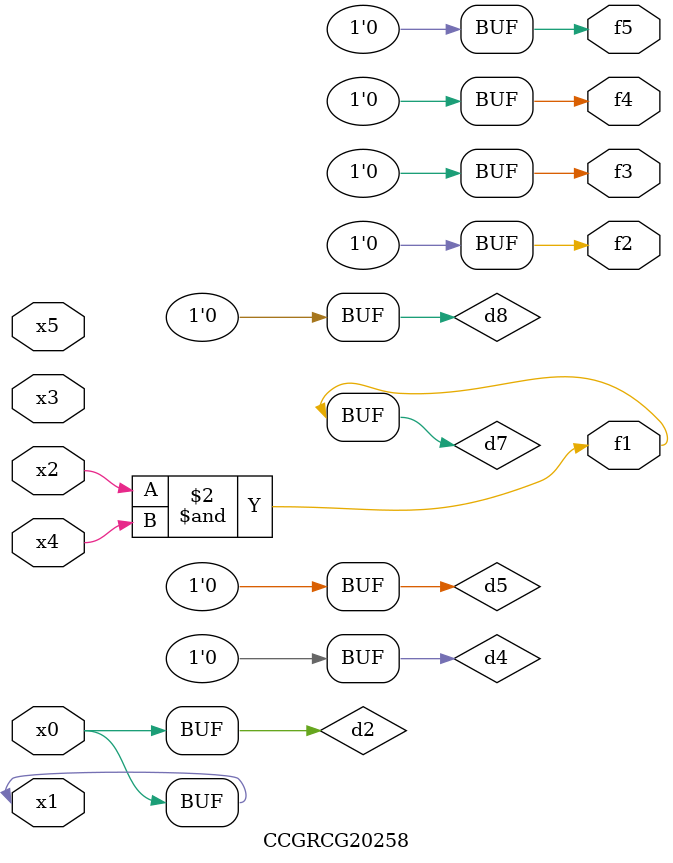
<source format=v>
module CCGRCG20258(
	input x0, x1, x2, x3, x4, x5,
	output f1, f2, f3, f4, f5
);

	wire d1, d2, d3, d4, d5, d6, d7, d8, d9;

	nand (d1, x1);
	buf (d2, x0, x1);
	nand (d3, x2, x4);
	and (d4, d1, d2);
	and (d5, d1, d2);
	nand (d6, d1, d3);
	not (d7, d3);
	xor (d8, d5);
	nor (d9, d5, d6);
	assign f1 = d7;
	assign f2 = d8;
	assign f3 = d8;
	assign f4 = d8;
	assign f5 = d8;
endmodule

</source>
